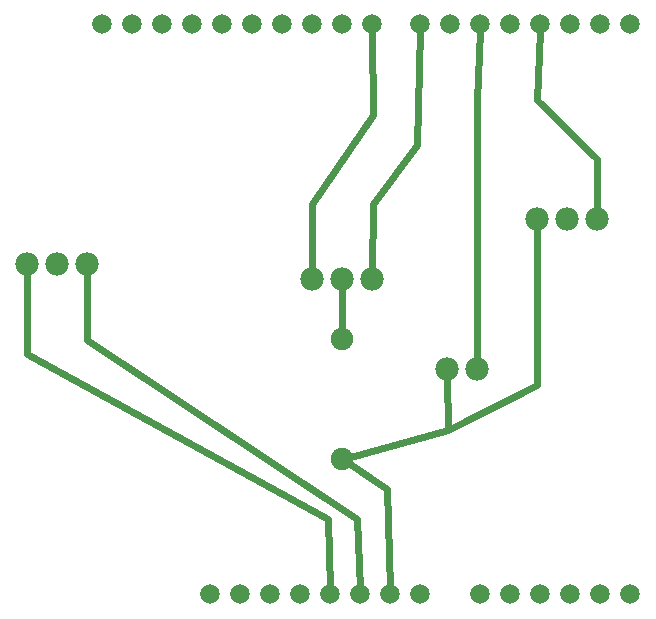
<source format=gtl>
G04 MADE WITH FRITZING*
G04 WWW.FRITZING.ORG*
G04 DOUBLE SIDED*
G04 HOLES PLATED*
G04 CONTOUR ON CENTER OF CONTOUR VECTOR*
%ASAXBY*%
%FSLAX23Y23*%
%MOIN*%
%OFA0B0*%
%SFA1.0B1.0*%
%ADD10C,0.065278*%
%ADD11C,0.078000*%
%ADD12C,0.075000*%
%ADD13C,0.024000*%
%LNCOPPER1*%
G90*
G70*
G54D10*
X2096Y96D03*
X2196Y96D03*
X2296Y96D03*
X2396Y96D03*
X2496Y96D03*
X1636Y1996D03*
X1536Y1996D03*
X1436Y1996D03*
X1336Y1996D03*
X1236Y1996D03*
X1136Y1996D03*
X1036Y1996D03*
X936Y1996D03*
X836Y1996D03*
X736Y1996D03*
X2496Y1996D03*
X2396Y1996D03*
X2296Y1996D03*
X2196Y1996D03*
X2096Y1996D03*
X1996Y1996D03*
X1896Y1996D03*
X1796Y1996D03*
X1196Y96D03*
X1096Y96D03*
X1296Y96D03*
X1396Y96D03*
X1496Y96D03*
X1596Y96D03*
X1696Y96D03*
X1796Y96D03*
X1996Y96D03*
G54D11*
X686Y1196D03*
X586Y1196D03*
X486Y1196D03*
X1636Y1146D03*
X1536Y1146D03*
X1436Y1146D03*
G54D12*
X1536Y946D03*
X1536Y546D03*
G54D11*
X1986Y846D03*
X1886Y846D03*
X2386Y1346D03*
X2286Y1346D03*
X2186Y1346D03*
G54D13*
X1487Y346D02*
X485Y897D01*
D02*
X485Y897D02*
X486Y1177D01*
D02*
X1495Y116D02*
X1487Y346D01*
D02*
X1586Y346D02*
X686Y945D01*
D02*
X686Y945D02*
X686Y1177D01*
D02*
X1595Y116D02*
X1586Y346D01*
D02*
X1536Y1127D02*
X1536Y963D01*
D02*
X1695Y116D02*
X1685Y446D01*
D02*
X1685Y446D02*
X1550Y536D01*
D02*
X1795Y1975D02*
X1785Y1595D01*
D02*
X1785Y1595D02*
X1637Y1396D01*
D02*
X1637Y1396D02*
X1636Y1165D01*
D02*
X1637Y1694D02*
X1436Y1396D01*
D02*
X1436Y1396D02*
X1436Y1165D01*
D02*
X1636Y1975D02*
X1637Y1694D01*
D02*
X1887Y644D02*
X1886Y827D01*
D02*
X1553Y550D02*
X1887Y644D01*
D02*
X1986Y1294D02*
X1986Y865D01*
D02*
X1995Y1975D02*
X1986Y1745D01*
D02*
X1986Y1745D02*
X1986Y1294D01*
D02*
X2185Y795D02*
X2186Y1327D01*
D02*
X1887Y644D02*
X2185Y795D01*
D02*
X2185Y1745D02*
X2386Y1547D01*
D02*
X2195Y1975D02*
X2185Y1745D01*
D02*
X2386Y1547D02*
X2386Y1365D01*
G04 End of Copper1*
M02*
</source>
